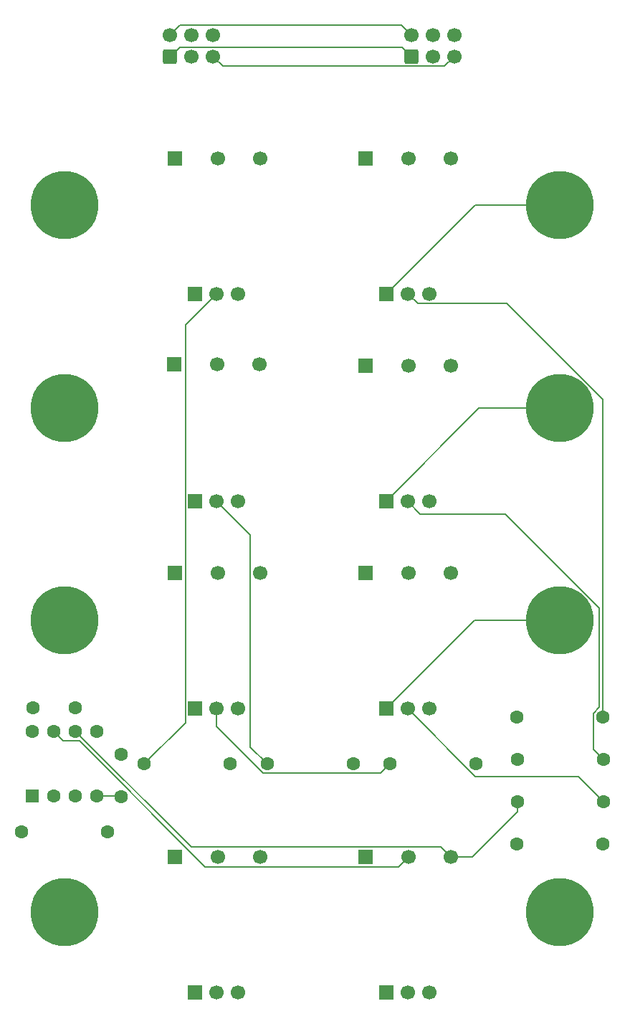
<source format=gbr>
%TF.GenerationSoftware,KiCad,Pcbnew,9.0.6*%
%TF.CreationDate,2026-01-10T14:07:08+11:00*%
%TF.ProjectId,cv-mixer,63762d6d-6978-4657-922e-6b696361645f,rev?*%
%TF.SameCoordinates,Original*%
%TF.FileFunction,Copper,L2,Bot*%
%TF.FilePolarity,Positive*%
%FSLAX46Y46*%
G04 Gerber Fmt 4.6, Leading zero omitted, Abs format (unit mm)*
G04 Created by KiCad (PCBNEW 9.0.6) date 2026-01-10 14:07:08*
%MOMM*%
%LPD*%
G01*
G04 APERTURE LIST*
G04 Aperture macros list*
%AMRoundRect*
0 Rectangle with rounded corners*
0 $1 Rounding radius*
0 $2 $3 $4 $5 $6 $7 $8 $9 X,Y pos of 4 corners*
0 Add a 4 corners polygon primitive as box body*
4,1,4,$2,$3,$4,$5,$6,$7,$8,$9,$2,$3,0*
0 Add four circle primitives for the rounded corners*
1,1,$1+$1,$2,$3*
1,1,$1+$1,$4,$5*
1,1,$1+$1,$6,$7*
1,1,$1+$1,$8,$9*
0 Add four rect primitives between the rounded corners*
20,1,$1+$1,$2,$3,$4,$5,0*
20,1,$1+$1,$4,$5,$6,$7,0*
20,1,$1+$1,$6,$7,$8,$9,0*
20,1,$1+$1,$8,$9,$2,$3,0*%
G04 Aperture macros list end*
%TA.AperFunction,ComponentPad*%
%ADD10C,1.600000*%
%TD*%
%TA.AperFunction,ComponentPad*%
%ADD11RoundRect,0.250000X0.600000X-0.600000X0.600000X0.600000X-0.600000X0.600000X-0.600000X-0.600000X0*%
%TD*%
%TA.AperFunction,ComponentPad*%
%ADD12C,1.700000*%
%TD*%
%TA.AperFunction,ComponentPad*%
%ADD13R,1.700000X1.700000*%
%TD*%
%TA.AperFunction,ComponentPad*%
%ADD14C,8.000000*%
%TD*%
%TA.AperFunction,ComponentPad*%
%ADD15RoundRect,0.250000X0.550000X-0.550000X0.550000X0.550000X-0.550000X0.550000X-0.550000X-0.550000X0*%
%TD*%
%TA.AperFunction,Conductor*%
%ADD16C,0.200000*%
%TD*%
G04 APERTURE END LIST*
D10*
%TO.P,C2,1*%
%TO.N,GND*%
X44669438Y-111884473D03*
%TO.P,C2,2*%
%TO.N,-12V*%
X44669438Y-116884473D03*
%TD*%
%TO.P,C1,1*%
%TO.N,GND*%
X39286763Y-106389681D03*
%TO.P,C1,2*%
%TO.N,12V*%
X34286763Y-106389681D03*
%TD*%
D11*
%TO.P,J19,1,Pin_1*%
%TO.N,12V*%
X78960000Y-29500000D03*
D12*
%TO.P,J19,2,Pin_2*%
%TO.N,-12V*%
X78960000Y-26960000D03*
%TO.P,J19,3,Pin_3*%
%TO.N,GND*%
X81500000Y-29500000D03*
%TO.P,J19,4,Pin_4*%
X81500000Y-26960000D03*
%TO.P,J19,5,Pin_5*%
%TO.N,5V*%
X84040000Y-29500000D03*
%TO.P,J19,6,Pin_6*%
%TO.N,unconnected-(J19-Pin_6-Pad6)*%
X84040000Y-26960000D03*
%TD*%
D10*
%TO.P,R6,1*%
%TO.N,Net-(J12-Pin_2)*%
X101660000Y-117500000D03*
%TO.P,R6,2*%
%TO.N,Net-(J15-Pin_3)*%
X91500000Y-117500000D03*
%TD*%
D13*
%TO.P,J2,1,Pin_1*%
%TO.N,Net-(J1-Pin_1)*%
X51000000Y-41500000D03*
D12*
%TO.P,J2,2,Pin_2*%
%TO.N,Net-(J2-Pin_2)*%
X56080000Y-41500000D03*
%TO.P,J2,3,Pin_3*%
%TO.N,GND*%
X61080000Y-41500000D03*
%TD*%
D14*
%TO.P,J3,1,Pin_1*%
%TO.N,Net-(J3-Pin_1)*%
X38000000Y-71024938D03*
%TD*%
D13*
%TO.P,J10,1,Pin_1*%
%TO.N,Net-(J10-Pin_1)*%
X73500000Y-66000000D03*
D12*
%TO.P,J10,2,Pin_2*%
%TO.N,Net-(J10-Pin_2)*%
X78580000Y-66000000D03*
%TO.P,J10,3,Pin_3*%
%TO.N,GND*%
X83580000Y-66000000D03*
%TD*%
D14*
%TO.P,J1,1,Pin_1*%
%TO.N,Net-(J1-Pin_1)*%
X38000000Y-47024938D03*
%TD*%
D10*
%TO.P,R2,1*%
%TO.N,Net-(J4-Pin_2)*%
X61920000Y-113000000D03*
%TO.P,R2,2*%
%TO.N,Net-(J13-Pin_3)*%
X72080000Y-113000000D03*
%TD*%
D13*
%TO.P,J6,1,Pin_1*%
%TO.N,Net-(J5-Pin_1)*%
X51000000Y-90500000D03*
D12*
%TO.P,J6,2,Pin_2*%
%TO.N,Net-(J6-Pin_2)*%
X56080000Y-90500000D03*
%TO.P,J6,3,Pin_3*%
%TO.N,GND*%
X61080000Y-90500000D03*
%TD*%
D14*
%TO.P,J14,1,Pin_1*%
%TO.N,Net-(J14-Pin_1)*%
X38000000Y-130500000D03*
%TD*%
D15*
%TO.P,U1,1*%
%TO.N,Net-(J13-Pin_2)*%
X34190000Y-116810000D03*
D10*
%TO.P,U1,2,-*%
%TO.N,Net-(J13-Pin_3)*%
X36730000Y-116810000D03*
%TO.P,U1,3,+*%
%TO.N,GND*%
X39270000Y-116810000D03*
%TO.P,U1,4,V-*%
%TO.N,-12V*%
X41810000Y-116810000D03*
%TO.P,U1,5,+*%
%TO.N,GND*%
X41810000Y-109190000D03*
%TO.P,U1,6,-*%
%TO.N,Net-(J15-Pin_3)*%
X39270000Y-109190000D03*
%TO.P,U1,7*%
%TO.N,Net-(J15-Pin_2)*%
X36730000Y-109190000D03*
%TO.P,U1,8,V+*%
%TO.N,12V*%
X34190000Y-109190000D03*
%TD*%
D14*
%TO.P,J9,1,Pin_1*%
%TO.N,Net-(J10-Pin_1)*%
X96500000Y-71024938D03*
%TD*%
D13*
%TO.P,J8,1,Pin_1*%
%TO.N,Net-(J7-Pin_1)*%
X73500000Y-41500000D03*
D12*
%TO.P,J8,2,Pin_2*%
%TO.N,Net-(J8-Pin_2)*%
X78580000Y-41500000D03*
%TO.P,J8,3,Pin_3*%
%TO.N,GND*%
X83580000Y-41500000D03*
%TD*%
D13*
%TO.P,RV4,1,1*%
%TO.N,Net-(J7-Pin_1)*%
X76000000Y-57500000D03*
D12*
%TO.P,RV4,2,2*%
%TO.N,Net-(J8-Pin_2)*%
X78540000Y-57500000D03*
%TO.P,RV4,3,3*%
%TO.N,GND*%
X81080000Y-57500000D03*
%TD*%
D13*
%TO.P,J4,1,Pin_1*%
%TO.N,Net-(J3-Pin_1)*%
X50960000Y-65800000D03*
D12*
%TO.P,J4,2,Pin_2*%
%TO.N,Net-(J4-Pin_2)*%
X56040000Y-65800000D03*
%TO.P,J4,3,Pin_3*%
%TO.N,GND*%
X61040000Y-65800000D03*
%TD*%
D14*
%TO.P,J5,1,Pin_1*%
%TO.N,Net-(J5-Pin_1)*%
X38000000Y-96024938D03*
%TD*%
D13*
%TO.P,RV3,1,1*%
%TO.N,Net-(J5-Pin_1)*%
X53410000Y-106500000D03*
D12*
%TO.P,RV3,2,2*%
%TO.N,Net-(J6-Pin_2)*%
X55950000Y-106500000D03*
%TO.P,RV3,3,3*%
%TO.N,GND*%
X58490000Y-106500000D03*
%TD*%
D13*
%TO.P,RV7,1,1*%
%TO.N,unconnected-(RV7-Pad1)*%
X53410000Y-140000000D03*
D12*
%TO.P,RV7,2,2*%
%TO.N,Net-(J13-Pin_2)*%
X55950000Y-140000000D03*
%TO.P,RV7,3,3*%
%TO.N,Net-(J13-Pin_3)*%
X58490000Y-140000000D03*
%TD*%
D13*
%TO.P,RV6,1,1*%
%TO.N,Net-(J11-Pin_1)*%
X75960000Y-106500000D03*
D12*
%TO.P,RV6,2,2*%
%TO.N,Net-(J12-Pin_2)*%
X78500000Y-106500000D03*
%TO.P,RV6,3,3*%
%TO.N,GND*%
X81040000Y-106500000D03*
%TD*%
D13*
%TO.P,J13,1,Pin_1*%
%TO.N,unconnected-(J13-Pin_1-Pad1)*%
X51000000Y-124000000D03*
D12*
%TO.P,J13,2,Pin_2*%
%TO.N,Net-(J13-Pin_2)*%
X56080000Y-124000000D03*
%TO.P,J13,3,Pin_3*%
%TO.N,Net-(J13-Pin_3)*%
X61080000Y-124000000D03*
%TD*%
D10*
%TO.P,R3,1*%
%TO.N,Net-(J6-Pin_2)*%
X76420000Y-113000000D03*
%TO.P,R3,2*%
%TO.N,Net-(J13-Pin_3)*%
X86580000Y-113000000D03*
%TD*%
%TO.P,R5,1*%
%TO.N,Net-(J10-Pin_2)*%
X101660000Y-112500000D03*
%TO.P,R5,2*%
%TO.N,Net-(J15-Pin_3)*%
X91500000Y-112500000D03*
%TD*%
D11*
%TO.P,J18,1,Pin_1*%
%TO.N,12V*%
X50460000Y-29540000D03*
D12*
%TO.P,J18,2,Pin_2*%
%TO.N,-12V*%
X50460000Y-27000000D03*
%TO.P,J18,3,Pin_3*%
%TO.N,GND*%
X53000000Y-29540000D03*
%TO.P,J18,4,Pin_4*%
X53000000Y-27000000D03*
%TO.P,J18,5,Pin_5*%
%TO.N,5V*%
X55540000Y-29540000D03*
%TO.P,J18,6,Pin_6*%
%TO.N,unconnected-(J18-Pin_6-Pad6)*%
X55540000Y-27000000D03*
%TD*%
D13*
%TO.P,J12,1,Pin_1*%
%TO.N,Net-(J11-Pin_1)*%
X73500000Y-90500000D03*
D12*
%TO.P,J12,2,Pin_2*%
%TO.N,Net-(J12-Pin_2)*%
X78580000Y-90500000D03*
%TO.P,J12,3,Pin_3*%
%TO.N,GND*%
X83580000Y-90500000D03*
%TD*%
D10*
%TO.P,R7,1*%
%TO.N,Net-(J13-Pin_2)*%
X32920000Y-121000000D03*
%TO.P,R7,2*%
%TO.N,Net-(J14-Pin_1)*%
X43080000Y-121000000D03*
%TD*%
D14*
%TO.P,J11,1,Pin_1*%
%TO.N,Net-(J11-Pin_1)*%
X96500000Y-96024938D03*
%TD*%
%TO.P,J16,1,Pin_1*%
%TO.N,Net-(J16-Pin_1)*%
X96500000Y-130524938D03*
%TD*%
%TO.P,J7,1,Pin_1*%
%TO.N,Net-(J7-Pin_1)*%
X96500000Y-47000000D03*
%TD*%
D13*
%TO.P,J15,1,Pin_1*%
%TO.N,unconnected-(J15-Pin_1-Pad1)*%
X73500000Y-124000000D03*
D12*
%TO.P,J15,2,Pin_2*%
%TO.N,Net-(J15-Pin_2)*%
X78580000Y-124000000D03*
%TO.P,J15,3,Pin_3*%
%TO.N,Net-(J15-Pin_3)*%
X83580000Y-124000000D03*
%TD*%
D13*
%TO.P,RV1,1,1*%
%TO.N,Net-(J1-Pin_1)*%
X53420000Y-57500000D03*
D12*
%TO.P,RV1,2,2*%
%TO.N,Net-(J2-Pin_2)*%
X55960000Y-57500000D03*
%TO.P,RV1,3,3*%
%TO.N,GND*%
X58500000Y-57500000D03*
%TD*%
D13*
%TO.P,RV5,1,1*%
%TO.N,Net-(J10-Pin_1)*%
X75960000Y-82000000D03*
D12*
%TO.P,RV5,2,2*%
%TO.N,Net-(J10-Pin_2)*%
X78500000Y-82000000D03*
%TO.P,RV5,3,3*%
%TO.N,GND*%
X81040000Y-82000000D03*
%TD*%
D10*
%TO.P,R1,1*%
%TO.N,Net-(J2-Pin_2)*%
X47420000Y-113000000D03*
%TO.P,R1,2*%
%TO.N,Net-(J13-Pin_3)*%
X57580000Y-113000000D03*
%TD*%
D13*
%TO.P,RV2,1,1*%
%TO.N,Net-(J3-Pin_1)*%
X53410000Y-82000000D03*
D12*
%TO.P,RV2,2,2*%
%TO.N,Net-(J4-Pin_2)*%
X55950000Y-82000000D03*
%TO.P,RV2,3,3*%
%TO.N,GND*%
X58490000Y-82000000D03*
%TD*%
D10*
%TO.P,R8,1*%
%TO.N,Net-(J15-Pin_2)*%
X91420000Y-122500000D03*
%TO.P,R8,2*%
%TO.N,Net-(J16-Pin_1)*%
X101580000Y-122500000D03*
%TD*%
D13*
%TO.P,RV8,1,1*%
%TO.N,unconnected-(RV8-Pad1)*%
X75960000Y-140000000D03*
D12*
%TO.P,RV8,2,2*%
%TO.N,Net-(J15-Pin_2)*%
X78500000Y-140000000D03*
%TO.P,RV8,3,3*%
%TO.N,Net-(J15-Pin_3)*%
X81040000Y-140000000D03*
%TD*%
D10*
%TO.P,R4,1*%
%TO.N,Net-(J8-Pin_2)*%
X101580000Y-107500000D03*
%TO.P,R4,2*%
%TO.N,Net-(J15-Pin_3)*%
X91420000Y-107500000D03*
%TD*%
D16*
%TO.N,-12V*%
X41810000Y-116810000D02*
X44594965Y-116810000D01*
X44594965Y-116810000D02*
X44669438Y-116884473D01*
%TO.N,Net-(J2-Pin_2)*%
X52259000Y-108161000D02*
X47420000Y-113000000D01*
X52259000Y-61201000D02*
X52259000Y-108161000D01*
X55960000Y-57500000D02*
X52259000Y-61201000D01*
%TO.N,Net-(J4-Pin_2)*%
X61920000Y-113000000D02*
X59929000Y-111009000D01*
X59929000Y-111009000D02*
X59929000Y-85979000D01*
X59929000Y-85979000D02*
X55950000Y-82000000D01*
%TO.N,Net-(J6-Pin_2)*%
X55950000Y-106500000D02*
X55950000Y-108587050D01*
X55950000Y-108587050D02*
X61463950Y-114101000D01*
X75319000Y-114101000D02*
X76420000Y-113000000D01*
X61463950Y-114101000D02*
X75319000Y-114101000D01*
%TO.N,Net-(J8-Pin_2)*%
X79691000Y-58651000D02*
X90208595Y-58651000D01*
X101580000Y-70022405D02*
X101580000Y-107500000D01*
X90208595Y-58651000D02*
X101580000Y-70022405D01*
X78540000Y-57500000D02*
X79691000Y-58651000D01*
%TO.N,Net-(J10-Pin_2)*%
X100479000Y-111319000D02*
X101660000Y-112500000D01*
X90057595Y-83500000D02*
X101179000Y-94621405D01*
X80000000Y-83500000D02*
X90057595Y-83500000D01*
X101179000Y-94621405D02*
X101179000Y-106343950D01*
X78500000Y-82000000D02*
X80000000Y-83500000D01*
X101179000Y-106343950D02*
X100479000Y-107043950D01*
X100479000Y-107043950D02*
X100479000Y-111319000D01*
%TO.N,Net-(J12-Pin_2)*%
X86500000Y-114500000D02*
X98660000Y-114500000D01*
X78500000Y-106500000D02*
X86500000Y-114500000D01*
X98660000Y-114500000D02*
X101660000Y-117500000D01*
%TO.N,Net-(J7-Pin_1)*%
X86500000Y-47000000D02*
X96500000Y-47000000D01*
X76000000Y-57500000D02*
X86500000Y-47000000D01*
%TO.N,Net-(J10-Pin_1)*%
X96500000Y-71024938D02*
X86935062Y-71024938D01*
X86935062Y-71024938D02*
X75960000Y-82000000D01*
%TO.N,Net-(J11-Pin_1)*%
X86435062Y-96024938D02*
X75960000Y-106500000D01*
X96500000Y-96024938D02*
X86435062Y-96024938D01*
%TO.N,Net-(J15-Pin_2)*%
X54586050Y-125151000D02*
X77429000Y-125151000D01*
X37831000Y-110291000D02*
X39726050Y-110291000D01*
X77429000Y-125151000D02*
X78580000Y-124000000D01*
X39726050Y-110291000D02*
X54586050Y-125151000D01*
X36730000Y-109190000D02*
X37831000Y-110291000D01*
%TO.N,Net-(J15-Pin_3)*%
X82429000Y-122849000D02*
X83580000Y-124000000D01*
X52929000Y-122849000D02*
X82429000Y-122849000D01*
X86131370Y-124000000D02*
X91500000Y-118631370D01*
X83580000Y-124000000D02*
X86131370Y-124000000D01*
X39270000Y-109190000D02*
X52929000Y-122849000D01*
X91500000Y-118631370D02*
X91500000Y-117500000D01*
%TO.N,-12V*%
X50460000Y-27000000D02*
X51651000Y-25809000D01*
X51651000Y-25809000D02*
X77809000Y-25809000D01*
X77809000Y-25809000D02*
X78960000Y-26960000D01*
%TO.N,12V*%
X51611000Y-28389000D02*
X77849000Y-28389000D01*
X50460000Y-29540000D02*
X51611000Y-28389000D01*
X77849000Y-28389000D02*
X78960000Y-29500000D01*
%TO.N,5V*%
X56651000Y-30651000D02*
X82889000Y-30651000D01*
X55540000Y-29540000D02*
X56651000Y-30651000D01*
X82889000Y-30651000D02*
X84040000Y-29500000D01*
%TD*%
M02*

</source>
